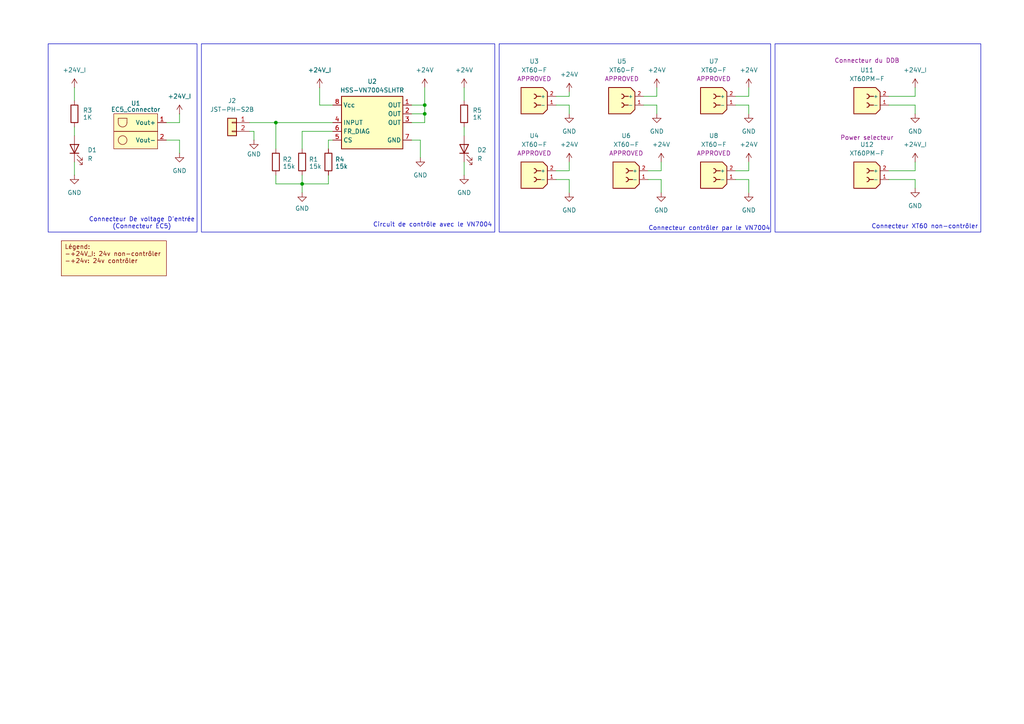
<source format=kicad_sch>
(kicad_sch (version 20231120) (generator "eeschema") (generator_version "8.0")
  (paper "A4")
  (title_block (title "${PROJECTNAME}") (date "2025-02-08") (rev "${REVISION}") (company "${GROUP_NAME}") (comment 1 "${AUTHOR}"))
  (lib_symbols
    (symbol "Connector_Generic:Conn_01x02" (pin_names (offset 1.016) hide)
      (property "Reference" "J" (at 0 2.54 0))
      (property "Value" "Conn_01x02" (at 0 -5.08 0))
      (symbol "Conn_01x02_1_1"
        (rectangle (start -1.27 -2.413) (end 0 -2.667) (stroke (width 0.1524)))
        (rectangle (start -1.27 0.127) (end 0 -0.127) (stroke (width 0.1524)))
        (rectangle (start -1.27 1.27) (end 1.27 -3.81) (stroke (width 0.254)) (fill (type background)))
        (pin passive line (at -5.08 0 0) (length 3.81) (name "Pin_1") (number "1"))
        (pin passive line (at -5.08 -2.54 0) (length 3.81) (name "Pin_2") (number "2"))
      )
    )
    (symbol "RoverLibrary:EC5"
      (property "Reference" "U" (at 0 3.048 0))
      (property "Value" "EC5_Connector" (at 0 1.27 0))
      (property "STATUS" "APPROVED" (at 0 4.826 0))
      (symbol "EC5_0_1"
        (arc (start -5.08 -2.54) (mid -3.81 -3.81) (end -2.54 -2.54))
        (circle (center -3.81 -7.62) (radius 1.27))
        (polyline (pts (xy -2.54 -1.27) (xy -2.54 -2.54)))
        (polyline (pts (xy -2.54 -1.27) (xy -5.08 -1.27) (xy -5.08 -2.54)))
      )
      (symbol "EC5_1_1"
        (rectangle (start -6.35 -5.08) (end 6.35 -10.16) (fill (type background)))
        (rectangle (start -6.35 0) (end 6.35 -5.08) (fill (type background)))
        (pin power_out line (at 8.89 -2.54 180) (length 2.54) (name "Vout+") (number "1"))
        (pin power_out line (at 8.89 -7.62 180) (length 2.54) (name "Vout-") (number "2"))
      )
    )
    (symbol "RoverLibrary:HSS-VN7004SLHTR"
      (property "Reference" "U" (at 0 -0.762 0))
      (property "Value" "HSS-VN7004SLHTR " (at 0 -2.794 0))
      (property "STATUS" "APPROVED" (at 0 1.016 0))
      (symbol "HSS-VN7004SLHTR_1_1"
        (rectangle (start -8.89 -3.81) (end 8.89 -19.05) (stroke (width 0.254)) (fill (type background)))
        (pin power_out line (at 11.43 -6.35 180) (length 2.54) (name "OUT") (number "1"))
        (pin power_in line (at 11.43 -8.89 180) (length 2.54) (name "OUT") (number "2"))
        (pin power_in line (at 11.43 -11.43 180) (length 2.54) (name "OUT") (number "3"))
        (pin input line (at -11.43 -11.43 0) (length 2.54) (name "INPUT") (number "4"))
        (pin passive line (at -11.43 -16.51 0) (length 2.54) (name "CS") (number "5"))
        (pin passive line (at -11.43 -13.97 0) (length 2.54) (name "FR_DIAG") (number "6"))
        (pin power_in line (at 11.43 -16.51 180) (length 2.54) (name "GND") (number "7"))
        (pin power_in line (at -11.43 -6.35 0) (length 2.54) (name "Vcc") (number "8"))
      )
    )
    (symbol "RoverLibrary:LED" (pin_numbers hide) (pin_names (offset 1.016) hide)
      (property "Reference" "D" (at 0 2.54 0))
      (property "Value" "LED" (at 0 -2.54 0))
      (symbol "LED_0_1"
        (polyline (pts (xy -1.27 -1.27) (xy -1.27 1.27)) (stroke (width 0.254)))
        (polyline (pts (xy -1.27 0) (xy 1.27 0)))
        (polyline (pts (xy 1.27 -1.27) (xy 1.27 1.27) (xy -1.27 0) (xy 1.27 -1.27)) (stroke (width 0.254)))
        (polyline (pts (xy -3.048 -0.762) (xy -4.572 -2.286) (xy -3.81 -2.286) (xy -4.572 -2.286) (xy -4.572 -1.524)))
        (polyline (pts (xy -1.778 -0.762) (xy -3.302 -2.286) (xy -2.54 -2.286) (xy -3.302 -2.286) (xy -3.302 -1.524)))
      )
      (symbol "LED_1_1"
        (pin passive line (at -3.81 0 0) (length 2.54) (name "K") (number "1"))
        (pin passive line (at 3.81 0 180) (length 2.54) (name "A") (number "2"))
      )
    )
    (symbol "RoverLibrary:R_0805" (pin_numbers hide) (pin_names (offset 0))
      (property "Reference" "R" (at 2.032 0 90))
      (property "Value" "k" (at 0 0 90))
      (property "Package" "0805" (at -2.286 0 90))
      (symbol "R_0805_0_1"
        (rectangle (start -1.016 -2.54) (end 1.016 2.54) (stroke (width 0.254)))
      )
      (symbol "R_0805_1_1"
        (pin passive line (at 0 3.81 270) (length 1.27) (name "~") (number "1"))
        (pin passive line (at 0 -3.81 90) (length 1.27) (name "~") (number "2"))
      )
    )
    (symbol "RoverLibrary:XT60-F"
      (property "Reference" "U" (at 0 0 0))
      (property "Value" "XT60-F" (at 0 -1.524 0))
      (symbol "XT60-F_0_0"
        (polyline (pts (xy 1.9077 -7.62) (xy 0.6377 -7.62)) (stroke (width 0.254)))
        (polyline (pts (xy 1.9077 -5.08) (xy 0.6377 -5.08)) (stroke (width 0.254)))
        (arc (start 0.0027 -8.255) (mid 0.635 -7.62) (end 0.0027 -6.985) (stroke (width 0.254)))
        (arc (start 0.0027 -5.715) (mid 0.635 -5.08) (end 0.0027 -4.445) (stroke (width 0.254)))
      )
      (symbol "XT60-F_1_0"
        (polyline (pts (xy -3.81 -2.54) (xy 2.54 -2.54) (xy 2.54 -2.54) (xy 3.81 -3.81) (xy 3.81 -8.89) (xy 2.54 -10.16) (xy -3.81 -10.16) (xy -3.81 -2.54)) (stroke (width 0.254)) (fill (type background)))
        (pin power_in line (at 6.35 -7.62 180) (length 2.54) (name "-") (number "1"))
        (pin power_in line (at 6.35 -5.08 180) (length 2.54) (name "+") (number "2"))
      )
    )
    (symbol "RoverLibrary:XT60PW-F"
      (property "Reference" "U" (at 0 0 0))
      (property "Value" "XT60PM-F" (at 0 -1.524 0))
      (symbol "XT60PW-F_0_0"
        (polyline (pts (xy 1.9077 -7.62) (xy 0.6377 -7.62)) (stroke (width 0.254)))
        (polyline (pts (xy 1.9077 -5.08) (xy 0.6377 -5.08)) (stroke (width 0.254)))
        (arc (start 0.0027 -8.255) (mid 0.635 -7.62) (end 0.0027 -6.985) (stroke (width 0.254)))
        (arc (start 0.0027 -5.715) (mid 0.635 -5.08) (end 0.0027 -4.445) (stroke (width 0.254)))
      )
      (symbol "XT60PW-F_1_0"
        (polyline (pts (xy -3.81 -2.54) (xy 2.54 -2.54) (xy 2.54 -2.54) (xy 3.81 -3.81) (xy 3.81 -8.89) (xy 2.54 -10.16) (xy -3.81 -10.16) (xy -3.81 -2.54)) (stroke (width 0.254)) (fill (type background)))
        (pin power_in line (at 6.35 -7.62 180) (length 2.54) (name "-") (number "1"))
        (pin power_in line (at 6.35 -5.08 180) (length 2.54) (name "+") (number "2"))
      )
    )
    (symbol "power:+24V" (power) (pin_numbers hide) (pin_names (offset 0) hide)
      (property "Value" "+24V" (at 0 3.556 0))
      (symbol "+24V_0_1"
        (polyline (pts (xy -0.762 1.27) (xy 0 2.54)))
        (polyline (pts (xy 0 0) (xy 0 2.54)))
        (polyline (pts (xy 0 2.54) (xy 0.762 1.27)))
      )
      (symbol "+24V_1_1"
        (pin power_in line (at 0 0 90) (length 0) (name "~") (number "1"))
      )
    )
    (symbol "power:GND" (power) (pin_numbers hide) (pin_names (offset 0) hide)
      (property "Value" "GND" (at 0 -3.81 0))
      (symbol "GND_0_1"
        (polyline (pts (xy 0 0) (xy 0 -1.27) (xy 1.27 -1.27) (xy 0 -2.54) (xy -1.27 -1.27) (xy 0 -1.27)))
      )
      (symbol "GND_1_1"
        (pin power_in line (at 0 0 270) (length 0) (name "~") (number "1"))
      )
    )
  )
  (junction (at 80.01 35.56))
  (junction (at 123.19 30.48))
  (junction (at 123.19 33.02))
  (junction (at 87.63 53.34))
  (wire (pts (xy 161.29 27.94) (xy 165.1 27.94)))
  (wire (pts (xy 92.71 30.48) (xy 92.71 25.4)))
  (wire (pts (xy 213.36 30.48) (xy 217.17 30.48)))
  (wire (pts (xy 123.19 30.48) (xy 123.19 33.02)))
  (wire (pts (xy 123.19 33.02) (xy 123.19 35.56)))
  (wire (pts (xy 72.39 35.56) (xy 80.01 35.56)))
  (wire (pts (xy 92.71 30.48) (xy 96.52 30.48)))
  (wire (pts (xy 134.62 50.8) (xy 134.62 46.99)))
  (wire (pts (xy 165.1 30.48) (xy 165.1 33.02)))
  (wire (pts (xy 186.69 30.48) (xy 190.5 30.48)))
  (wire (pts (xy 87.63 38.1) (xy 96.52 38.1)))
  (wire (pts (xy 217.17 30.48) (xy 217.17 33.02)))
  (wire (pts (xy 217.17 27.94) (xy 217.17 25.4)))
  (wire (pts (xy 191.77 49.53) (xy 191.77 46.99)))
  (wire (pts (xy 80.01 35.56) (xy 80.01 43.18)))
  (wire (pts (xy 52.07 35.56) (xy 52.07 33.02)))
  (wire (pts (xy 217.17 52.07) (xy 217.17 55.88)))
  (wire (pts (xy 119.38 30.48) (xy 123.19 30.48)))
  (wire (pts (xy 87.63 38.1) (xy 87.63 43.18)))
  (wire (pts (xy 190.5 27.94) (xy 190.5 25.4)))
  (wire (pts (xy 119.38 35.56) (xy 123.19 35.56)))
  (wire (pts (xy 265.43 52.07) (xy 257.81 52.07)))
  (wire (pts (xy 73.66 38.1) (xy 72.39 38.1)))
  (wire (pts (xy 95.25 43.18) (xy 95.25 40.64)))
  (wire (pts (xy 134.62 36.83) (xy 134.62 39.37)))
  (wire (pts (xy 265.43 54.61) (xy 265.43 52.07)))
  (wire (pts (xy 161.29 49.53) (xy 165.1 49.53)))
  (wire (pts (xy 119.38 33.02) (xy 123.19 33.02)))
  (wire (pts (xy 165.1 49.53) (xy 165.1 46.99)))
  (wire (pts (xy 121.92 40.64) (xy 121.92 45.72)))
  (wire (pts (xy 257.81 27.94) (xy 265.43 27.94)))
  (wire (pts (xy 265.43 49.53) (xy 265.43 46.99)))
  (wire (pts (xy 265.43 33.02) (xy 265.43 30.48)))
  (wire (pts (xy 48.26 35.56) (xy 52.07 35.56)))
  (wire (pts (xy 95.25 40.64) (xy 96.52 40.64)))
  (wire (pts (xy 95.25 50.8) (xy 95.25 53.34)))
  (wire (pts (xy 21.59 25.4) (xy 21.59 29.21)))
  (wire (pts (xy 80.01 35.56) (xy 96.52 35.56)))
  (wire (pts (xy 123.19 25.4) (xy 123.19 30.48)))
  (wire (pts (xy 119.38 40.64) (xy 121.92 40.64)))
  (wire (pts (xy 265.43 27.94) (xy 265.43 25.4)))
  (wire (pts (xy 257.81 30.48) (xy 265.43 30.48)))
  (wire (pts (xy 48.26 40.64) (xy 52.07 40.64)))
  (wire (pts (xy 161.29 30.48) (xy 165.1 30.48)))
  (wire (pts (xy 21.59 50.8) (xy 21.59 46.99)))
  (wire (pts (xy 257.81 49.53) (xy 265.43 49.53)))
  (wire (pts (xy 80.01 50.8) (xy 80.01 53.34)))
  (wire (pts (xy 217.17 49.53) (xy 217.17 46.99)))
  (wire (pts (xy 213.36 52.07) (xy 217.17 52.07)))
  (wire (pts (xy 87.63 53.34) (xy 95.25 53.34)))
  (wire (pts (xy 190.5 30.48) (xy 190.5 33.02)))
  (wire (pts (xy 165.1 27.94) (xy 165.1 26.67)))
  (wire (pts (xy 134.62 25.4) (xy 134.62 29.21)))
  (wire (pts (xy 73.66 40.64) (xy 73.66 38.1)))
  (wire (pts (xy 186.69 27.94) (xy 190.5 27.94)))
  (wire (pts (xy 87.63 50.8) (xy 87.63 53.34)))
  (wire (pts (xy 187.96 52.07) (xy 191.77 52.07)))
  (wire (pts (xy 187.96 49.53) (xy 191.77 49.53)))
  (wire (pts (xy 80.01 53.34) (xy 87.63 53.34)))
  (wire (pts (xy 52.07 40.64) (xy 52.07 44.45)))
  (wire (pts (xy 165.1 52.07) (xy 165.1 55.88)))
  (wire (pts (xy 87.63 53.34) (xy 87.63 55.88)))
  (wire (pts (xy 161.29 52.07) (xy 165.1 52.07)))
  (wire (pts (xy 213.36 27.94) (xy 217.17 27.94)))
  (wire (pts (xy 213.36 49.53) (xy 217.17 49.53)))
  (wire (pts (xy 191.77 52.07) (xy 191.77 55.88)))
  (wire (pts (xy 21.59 36.83) (xy 21.59 39.37)))
  (rectangle (start 144.78 12.7) (end 223.52 67.31))
  (rectangle (start 58.42 12.7) (end 143.51 67.31))
  (rectangle (start 13.97 12.7) (end 57.15 67.31))
  (rectangle (start 224.79 12.7) (end 284.48 67.31))
  (text_box "Légend:\n-+24V_I: 24v non-contrôler\n-+24v: 24v contrôler" (at 17.78 69.85 0) (size 30.48 10.16) (stroke (width 0) (color 132 0 0 1)) (fill (type color) (color 255 255 194 1)) (effects (font (size 1.27 1.27) (thickness 0.1588)) (justify left top)))
  (text "Connecteur XT60 non-contrôler" (at 268.224 65.786 0) (effects (font (size 1.27 1.27))))
  (text "Connecteur contrôler par le VN7004" (at 205.74 66.294 0) (effects (font (size 1.27 1.27))))
  (text "Connecteur De voltage D'entrée\n(Connecteur EC5)\n" (at 41.148 64.77 0) (effects (font (size 1.27 1.27))))
  (text "Circuit de contrôle avec le VN7004" (at 125.476 65.278 0) (effects (font (size 1.27 1.27))))
  (symbol (lib_id "power:+24V") (at 265.43 25.4 0) (unit 1)
    (property "Reference" "#PWR026" (effects (hide yes)))
    (property "Value" "+24V_I" (at 265.43 20.32 0))
    (property "Description" "Power symbol creates a global label with name \"+24V\"" (effects (hide yes)))
  )
  (symbol (lib_id "power:+24V") (at 265.43 46.99 0) (unit 1)
    (property "Reference" "#PWR027" (effects (hide yes)))
    (property "Value" "+24V_I" (at 265.43 41.91 0))
    (property "Description" "Power symbol creates a global label with name \"+24V\"" (effects (hide yes)))
  )
  (symbol (lib_id "power:GND") (at 191.77 55.88 0) (unit 1)
    (property "Reference" "#PWR012" (effects (hide yes)))
    (property "Value" "GND" (at 191.77 60.96 0))
    (property "Description" "Power symbol creates a global label with name \"GND\" , ground" (effects (hide yes)))
  )
  (symbol (lib_id "power:+24V") (at 92.71 25.4 0) (unit 1)
    (property "Reference" "#PWR031" (effects (hide yes)))
    (property "Value" "+24V_I" (at 92.71 20.32 0))
    (property "Description" "Power symbol creates a global label with name \"+24V\"" (effects (hide yes)))
  )
  (symbol (lib_id "power:GND") (at 73.66 40.64 0) (unit 1)
    (property "Reference" "#PWR06" (effects (hide yes)))
    (property "Value" "GND" (at 73.66 44.704 0))
    (property "Description" "Power symbol creates a global label with name \"GND\" , ground" (effects (hide yes)))
  )
  (symbol (lib_id "power:+24V") (at 191.77 46.99 0) (unit 1)
    (property "Reference" "#PWR023" (effects (hide yes)))
    (property "Value" "+24V" (at 191.77 41.91 0))
    (property "Description" "Power symbol creates a global label with name \"+24V\"" (effects (hide yes)))
  )
  (symbol (lib_id "power:GND") (at 165.1 33.02 0) (unit 1)
    (property "Reference" "#PWR09" (effects (hide yes)))
    (property "Value" "GND" (at 165.1 38.1 0))
    (property "Description" "Power symbol creates a global label with name \"GND\" , ground" (effects (hide yes)))
  )
  (symbol (lib_id "power:+24V") (at 217.17 46.99 0) (unit 1)
    (property "Reference" "#PWR022" (effects (hide yes)))
    (property "Value" "+24V" (at 217.17 41.91 0))
    (property "Description" "Power symbol creates a global label with name \"+24V\"" (effects (hide yes)))
  )
  (symbol (lib_id "power:GND") (at 134.62 50.8 0) (unit 1)
    (property "Reference" "#PWR030" (effects (hide yes)))
    (property "Value" "GND" (at 134.62 55.88 0))
    (property "Description" "Power symbol creates a global label with name \"GND\" , ground" (effects (hide yes)))
  )
  (symbol (lib_id "RoverLibrary:XT60-F") (at 180.34 22.86 0) (unit 1)
    (property "Reference" "U5" (at 180.34 17.78 0))
    (property "Value" "XT60-F" (at 180.34 20.32 0))
    (property "Footprint" "RoverFootprint:AMASS_XT60-F_1x02_P7.20mm_Vertical" (effects (hide yes)))
    (property "STATUS" "APPROVED" (at 180.34 22.86 0))
  )
  (symbol (lib_id "power:+24V") (at 165.1 46.99 0) (unit 1)
    (property "Reference" "#PWR024" (effects (hide yes)))
    (property "Value" "+24V" (at 165.1 41.91 0))
    (property "Description" "Power symbol creates a global label with name \"+24V\"" (effects (hide yes)))
  )
  (symbol (lib_id "RoverLibrary:XT60-F") (at 154.94 44.45 0) (unit 1)
    (property "Reference" "U4" (at 154.94 39.37 0))
    (property "Value" "XT60-F" (at 154.94 41.91 0))
    (property "Footprint" "RoverFootprint:AMASS_XT60-F_1x02_P7.20mm_Vertical" (effects (hide yes)))
    (property "STATUS" "APPROVED" (at 154.94 44.45 0))
  )
  (symbol (lib_id "power:GND") (at 217.17 55.88 0) (unit 1)
    (property "Reference" "#PWR014" (effects (hide yes)))
    (property "Value" "GND" (at 217.17 60.96 0))
    (property "Description" "Power symbol creates a global label with name \"GND\" , ground" (effects (hide yes)))
  )
  (symbol (lib_id "power:GND") (at 165.1 55.88 0) (unit 1)
    (property "Reference" "#PWR010" (effects (hide yes)))
    (property "Value" "GND" (at 165.1 60.96 0))
    (property "Description" "Power symbol creates a global label with name \"GND\" , ground" (effects (hide yes)))
  )
  (symbol (lib_id "power:+24V") (at 217.17 25.4 0) (unit 1)
    (property "Reference" "#PWR021" (effects (hide yes)))
    (property "Value" "+24V" (at 217.17 20.32 0))
    (property "Description" "Power symbol creates a global label with name \"+24V\"" (effects (hide yes)))
  )
  (symbol (lib_id "RoverLibrary:LED") (at 21.59 43.18 90) (unit 1)
    (property "Reference" "D1" (at 25.4 43.4974 90) (effects (justify right)))
    (property "Value" "R" (at 25.4 46.0374 90) (effects (justify right)))
    (property "Footprint" "LED_SMD:LED_0805_2012Metric_Pad1.15x1.40mm_HandSolder" (effects (hide yes)))
    (property "Description" "Light emitting diode" (effects (hide yes)))
  )
  (symbol (lib_id "power:GND") (at 265.43 33.02 0) (unit 1)
    (property "Reference" "#PWR017" (effects (hide yes)))
    (property "Value" "GND" (at 265.43 38.1 0))
    (property "Description" "Power symbol creates a global label with name \"GND\" , ground" (effects (hide yes)))
  )
  (symbol (lib_id "RoverLibrary:XT60PW-F") (at 251.46 22.86 0) (unit 1)
    (property "Reference" "U11" (at 251.46 20.32 0))
    (property "Value" "XT60PM-F" (at 251.46 22.86 0))
    (property "Footprint" "RoverFootprint:AMASS_XT60PW-F_1x02_P7.20mm_Horizontal" (effects (hide yes)))
    (property "Description" "Connecteur du DDB" (at 251.46 17.526 0))
    (property "STATUS" "APPROVED" (effects (hide yes)))
  )
  (symbol (lib_id "power:+24V") (at 123.19 25.4 0) (unit 1)
    (property "Reference" "#PWR02" (effects (hide yes)))
    (property "Value" "+24V" (at 123.19 20.32 0))
    (property "Description" "Power symbol creates a global label with name \"+24V\"" (effects (hide yes)))
  )
  (symbol (lib_id "RoverLibrary:R_0805") (at 80.01 46.99 0) (unit 1)
    (property "Reference" "R2" (at 83.312 46.228 0))
    (property "Value" "15k" (at 83.82 48.26 0))
    (property "Footprint" "Resistor_SMD:R_0805_2012Metric_Pad1.20x1.40mm_HandSolder" (effects (hide yes)))
    (property "Description" "Resistor" (effects (hide yes)))
    (property "Package" "0805" (effects (hide yes)))
  )
  (symbol (lib_id "RoverLibrary:XT60-F") (at 207.01 22.86 0) (unit 1)
    (property "Reference" "U7" (at 207.01 17.78 0))
    (property "Value" "XT60-F" (at 207.01 20.32 0))
    (property "Footprint" "RoverFootprint:AMASS_XT60-F_1x02_P7.20mm_Vertical" (effects (hide yes)))
    (property "STATUS" "APPROVED" (at 207.01 22.86 0))
  )
  (symbol (lib_id "power:+24V") (at 52.07 33.02 0) (unit 1)
    (property "Reference" "#PWR03" (effects (hide yes)))
    (property "Value" "+24V_I" (at 52.07 27.94 0))
    (property "Description" "Power symbol creates a global label with name \"+24V\"" (effects (hide yes)))
  )
  (symbol (lib_id "RoverLibrary:EC5") (at 39.37 33.02 0) (unit 1)
    (property "Reference" "U1" (at 39.37 29.972 0))
    (property "Value" "EC5_Connector" (at 39.37 31.75 0))
    (property "Footprint" "RoverFootprint:EC5" (effects (hide yes)))
    (property "STATUS" "APPROVED" (effects (hide yes)))
  )
  (symbol (lib_id "power:+24V") (at 134.62 25.4 0) (unit 1)
    (property "Reference" "#PWR029" (effects (hide yes)))
    (property "Value" "+24V" (at 134.62 20.32 0))
    (property "Description" "Power symbol creates a global label with name \"+24V\"" (effects (hide yes)))
  )
  (symbol (lib_id "power:+24V") (at 21.59 25.4 0) (unit 1)
    (property "Reference" "#PWR04" (effects (hide yes)))
    (property "Value" "+24V_I" (at 21.59 20.32 0))
    (property "Description" "Power symbol creates a global label with name \"+24V\"" (effects (hide yes)))
  )
  (symbol (lib_id "RoverLibrary:XT60-F") (at 154.94 22.86 0) (unit 1)
    (property "Reference" "U3" (at 154.94 17.78 0))
    (property "Value" "XT60-F" (at 154.94 20.32 0))
    (property "Footprint" "RoverFootprint:AMASS_XT60-F_1x02_P7.20mm_Vertical" (effects (hide yes)))
    (property "STATUS" "APPROVED" (at 154.94 22.86 0))
  )
  (symbol (lib_id "RoverLibrary:XT60PW-F") (at 251.46 44.45 0) (unit 1)
    (property "Reference" "U12" (at 251.46 41.91 0))
    (property "Value" "XT60PM-F" (at 251.46 44.45 0))
    (property "Footprint" "RoverFootprint:AMASS_XT60PW-F_1x02_P7.20mm_Horizontal" (effects (hide yes)))
    (property "Description" "Power selecteur" (at 251.46 39.878 0))
    (property "STATUS" "APPROVED" (effects (hide yes)))
  )
  (symbol (lib_id "power:GND") (at 190.5 33.02 0) (unit 1)
    (property "Reference" "#PWR011" (effects (hide yes)))
    (property "Value" "GND" (at 190.5 38.1 0))
    (property "Description" "Power symbol creates a global label with name \"GND\" , ground" (effects (hide yes)))
  )
  (symbol (lib_id "RoverLibrary:R_0805") (at 134.62 33.02 0) (unit 1)
    (property "Reference" "R5" (at 138.43 32.004 0))
    (property "Value" "1K" (at 138.43 34.036 0))
    (property "Footprint" "Resistor_SMD:R_0805_2012Metric_Pad1.20x1.40mm_HandSolder" (effects (hide yes)))
    (property "Description" "Resistor" (effects (hide yes)))
    (property "Package" "0805" (effects (hide yes)))
  )
  (symbol (lib_id "power:GND") (at 265.43 54.61 0) (unit 1)
    (property "Reference" "#PWR018" (effects (hide yes)))
    (property "Value" "GND" (at 265.43 59.69 0))
    (property "Description" "Power symbol creates a global label with name \"GND\" , ground" (effects (hide yes)))
  )
  (symbol (lib_id "power:GND") (at 87.63 55.88 0) (unit 1)
    (property "Reference" "#PWR07" (effects (hide yes)))
    (property "Value" "GND" (at 87.63 60.452 0))
    (property "Description" "Power symbol creates a global label with name \"GND\" , ground" (effects (hide yes)))
  )
  (symbol (lib_id "power:+24V") (at 165.1 26.67 0) (unit 1)
    (property "Reference" "#PWR019" (effects (hide yes)))
    (property "Value" "+24V" (at 165.1 21.59 0))
    (property "Description" "Power symbol creates a global label with name \"+24V\"" (effects (hide yes)))
  )
  (symbol (lib_id "RoverLibrary:HSS-VN7004SLHTR") (at 107.95 24.13 0) (unit 1)
    (property "Reference" "U2" (at 107.95 23.622 0))
    (property "Value" "HSS-VN7004SLHTR" (at 107.95 26.162 0))
    (property "Footprint" "RoverFootprint:OCTAPACK_VN7004_STM-M" (effects (hide yes)))
    (property "Datasheet" "https://www.st.com/resource/en/datasheet/vn7004slh.pdf" (effects (hide yes)))
    (property "STATUS" "APPROVED" (effects (hide yes)))
  )
  (symbol (lib_id "RoverLibrary:LED") (at 134.62 43.18 90) (unit 1)
    (property "Reference" "D2" (at 138.43 43.4974 90) (effects (justify right)))
    (property "Value" "R" (at 138.43 46.0374 90) (effects (justify right)))
    (property "Footprint" "LED_SMD:LED_0805_2012Metric_Pad1.15x1.40mm_HandSolder" (effects (hide yes)))
    (property "Description" "Light emitting diode" (effects (hide yes)))
  )
  (symbol (lib_id "RoverLibrary:XT60-F") (at 181.61 44.45 0) (unit 1)
    (property "Reference" "U6" (at 181.61 39.37 0))
    (property "Value" "XT60-F" (at 181.61 41.91 0))
    (property "Footprint" "RoverFootprint:AMASS_XT60-F_1x02_P7.20mm_Vertical" (effects (hide yes)))
    (property "STATUS" "APPROVED" (at 181.61 44.45 0))
  )
  (symbol (lib_id "Connector_Generic:Conn_01x02") (at 67.31 35.56 0) (mirror y) (unit 1)
    (property "Reference" "J2" (at 67.31 29.21 0))
    (property "Value" "JST-PH-S2B" (at 67.31 31.75 0))
    (property "Footprint" "Connector_JST:JST_PH_B2B-PH-K_1x02_P2.00mm_Vertical" (effects (hide yes)))
    (property "Description" "Generic connector, single row, 01x02, script generated (kicad-library-utils/schlib/autogen/connector/)" (effects (hide yes)))
  )
  (symbol (lib_id "power:GND") (at 217.17 33.02 0) (unit 1)
    (property "Reference" "#PWR013" (effects (hide yes)))
    (property "Value" "GND" (at 217.17 38.1 0))
    (property "Description" "Power symbol creates a global label with name \"GND\" , ground" (effects (hide yes)))
  )
  (symbol (lib_id "RoverLibrary:XT60-F") (at 207.01 44.45 0) (unit 1)
    (property "Reference" "U8" (at 207.01 39.37 0))
    (property "Value" "XT60-F" (at 207.01 41.91 0))
    (property "Footprint" "RoverFootprint:AMASS_XT60-F_1x02_P7.20mm_Vertical" (effects (hide yes)))
    (property "STATUS" "APPROVED" (at 207.01 44.45 0))
  )
  (symbol (lib_id "RoverLibrary:R_0805") (at 21.59 33.02 0) (unit 1)
    (property "Reference" "R3" (at 25.4 32.004 0))
    (property "Value" "1K" (at 25.4 34.036 0))
    (property "Footprint" "Resistor_SMD:R_0805_2012Metric_Pad1.20x1.40mm_HandSolder" (effects (hide yes)))
    (property "Description" "Resistor" (effects (hide yes)))
    (property "Package" "0805" (effects (hide yes)))
  )
  (symbol (lib_id "power:GND") (at 21.59 50.8 0) (unit 1)
    (property "Reference" "#PWR01" (effects (hide yes)))
    (property "Value" "GND" (at 21.59 55.88 0))
    (property "Description" "Power symbol creates a global label with name \"GND\" , ground" (effects (hide yes)))
  )
  (symbol (lib_id "power:GND") (at 52.07 44.45 0) (unit 1)
    (property "Reference" "#PWR05" (effects (hide yes)))
    (property "Value" "GND" (at 52.07 49.53 0))
    (property "Description" "Power symbol creates a global label with name \"GND\" , ground" (effects (hide yes)))
  )
  (symbol (lib_id "power:GND") (at 121.92 45.72 0) (unit 1)
    (property "Reference" "#PWR08" (effects (hide yes)))
    (property "Value" "GND" (at 121.92 50.8 0))
    (property "Description" "Power symbol creates a global label with name \"GND\" , ground" (effects (hide yes)))
  )
  (symbol (lib_id "RoverLibrary:R_0805") (at 95.25 46.99 0) (unit 1)
    (property "Reference" "R4" (at 98.552 46.228 0))
    (property "Value" "15k" (at 99.06 48.26 0))
    (property "Footprint" "Resistor_SMD:R_0805_2012Metric_Pad1.20x1.40mm_HandSolder" (effects (hide yes)))
    (property "Description" "Resistor" (effects (hide yes)))
    (property "Package" "0805" (effects (hide yes)))
  )
  (symbol (lib_id "RoverLibrary:R_0805") (at 87.63 46.99 0) (unit 1)
    (property "Reference" "R1" (at 90.932 46.228 0))
    (property "Value" "15k" (at 91.44 48.26 0))
    (property "Footprint" "Resistor_SMD:R_0805_2012Metric_Pad1.20x1.40mm_HandSolder" (effects (hide yes)))
    (property "Description" "Resistor" (effects (hide yes)))
    (property "Package" "0805" (effects (hide yes)))
  )
  (symbol (lib_id "power:+24V") (at 190.5 25.4 0) (unit 1)
    (property "Reference" "#PWR020" (effects (hide yes)))
    (property "Value" "+24V" (at 190.5 20.32 0))
    (property "Description" "Power symbol creates a global label with name \"+24V\"" (effects (hide yes)))
  )
)
</source>
